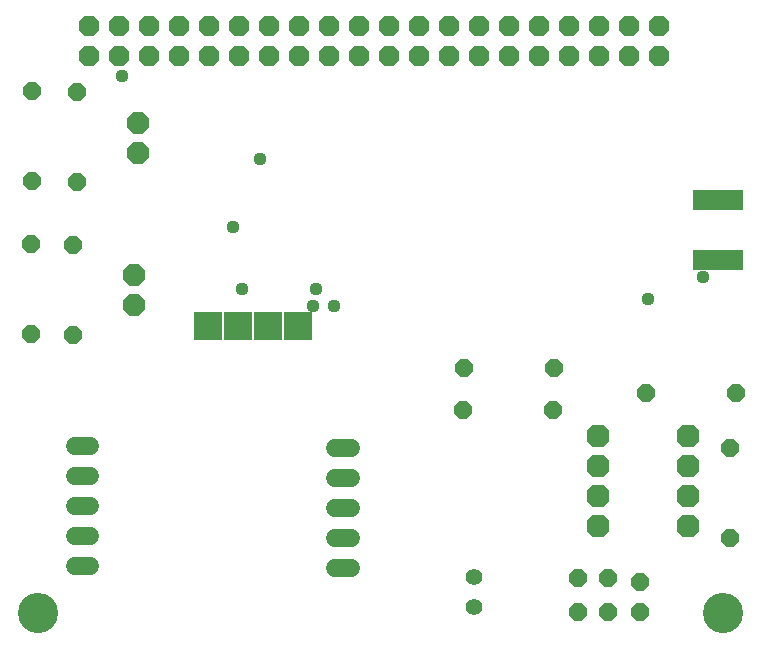
<source format=gbs>
G75*
%MOIN*%
%OFA0B0*%
%FSLAX25Y25*%
%IPPOS*%
%LPD*%
%AMOC8*
5,1,8,0,0,1.08239X$1,22.5*
%
%ADD10C,0.13398*%
%ADD11R,0.16800X0.06800*%
%ADD12OC8,0.06800*%
%ADD13OC8,0.07400*%
%ADD14OC8,0.06000*%
%ADD15R,0.09400X0.09400*%
%ADD16OC8,0.07600*%
%ADD17C,0.05556*%
%ADD18C,0.06000*%
%ADD19C,0.04400*%
D10*
X0017548Y0017548D03*
X0245894Y0017548D03*
D11*
X0244280Y0135383D03*
X0244280Y0155383D03*
D12*
X0224556Y0203375D03*
X0214556Y0203375D03*
X0204556Y0203375D03*
X0194556Y0203375D03*
X0184556Y0203375D03*
X0174556Y0203375D03*
X0164556Y0203375D03*
X0154556Y0203375D03*
X0144556Y0203375D03*
X0134556Y0203375D03*
X0124556Y0203375D03*
X0114556Y0203375D03*
X0104556Y0203375D03*
X0094556Y0203375D03*
X0084556Y0203375D03*
X0074556Y0203375D03*
X0064556Y0203375D03*
X0054556Y0203375D03*
X0044556Y0203375D03*
X0034556Y0203375D03*
X0034556Y0213375D03*
X0044556Y0213375D03*
X0054556Y0213375D03*
X0064556Y0213375D03*
X0074556Y0213375D03*
X0084556Y0213375D03*
X0094556Y0213375D03*
X0104556Y0213375D03*
X0114556Y0213375D03*
X0124556Y0213375D03*
X0134556Y0213375D03*
X0144556Y0213375D03*
X0154556Y0213375D03*
X0164556Y0213375D03*
X0174556Y0213375D03*
X0184556Y0213375D03*
X0194556Y0213375D03*
X0204556Y0213375D03*
X0214556Y0213375D03*
X0224556Y0213375D03*
D13*
X0050776Y0181013D03*
X0050776Y0171013D03*
X0049359Y0130422D03*
X0049359Y0120422D03*
D14*
X0028965Y0110225D03*
X0015107Y0110698D03*
X0015107Y0140698D03*
X0028965Y0140225D03*
X0030304Y0161249D03*
X0015343Y0161839D03*
X0015343Y0191839D03*
X0030304Y0191249D03*
X0159398Y0099202D03*
X0159202Y0085461D03*
X0189202Y0085461D03*
X0189398Y0099202D03*
X0220107Y0091052D03*
X0248217Y0072627D03*
X0250107Y0091052D03*
X0248217Y0042627D03*
X0218099Y0028178D03*
X0218099Y0018178D03*
X0207548Y0018020D03*
X0197548Y0018020D03*
X0197548Y0029202D03*
X0207548Y0029202D03*
D15*
X0104241Y0113236D03*
X0094241Y0113236D03*
X0084241Y0113236D03*
X0074241Y0113236D03*
D16*
X0204202Y0076721D03*
X0204202Y0066721D03*
X0204202Y0056721D03*
X0204202Y0046721D03*
X0234202Y0046721D03*
X0234202Y0056721D03*
X0234202Y0066721D03*
X0234202Y0076721D03*
D17*
X0162666Y0029556D03*
X0162666Y0019556D03*
D18*
X0121723Y0032587D02*
X0116523Y0032587D01*
X0116523Y0042587D02*
X0121723Y0042587D01*
X0121723Y0052587D02*
X0116523Y0052587D01*
X0116523Y0062587D02*
X0121723Y0062587D01*
X0121723Y0072587D02*
X0116523Y0072587D01*
X0034912Y0073375D02*
X0029712Y0073375D01*
X0029712Y0063375D02*
X0034912Y0063375D01*
X0034912Y0053375D02*
X0029712Y0053375D01*
X0029712Y0043375D02*
X0034912Y0043375D01*
X0034912Y0033375D02*
X0029712Y0033375D01*
D19*
X0109083Y0119910D03*
X0115973Y0119910D03*
X0110068Y0125816D03*
X0085461Y0125816D03*
X0082509Y0146485D03*
X0091367Y0169123D03*
X0045600Y0196800D03*
X0220800Y0122400D03*
X0239005Y0129753D03*
M02*

</source>
